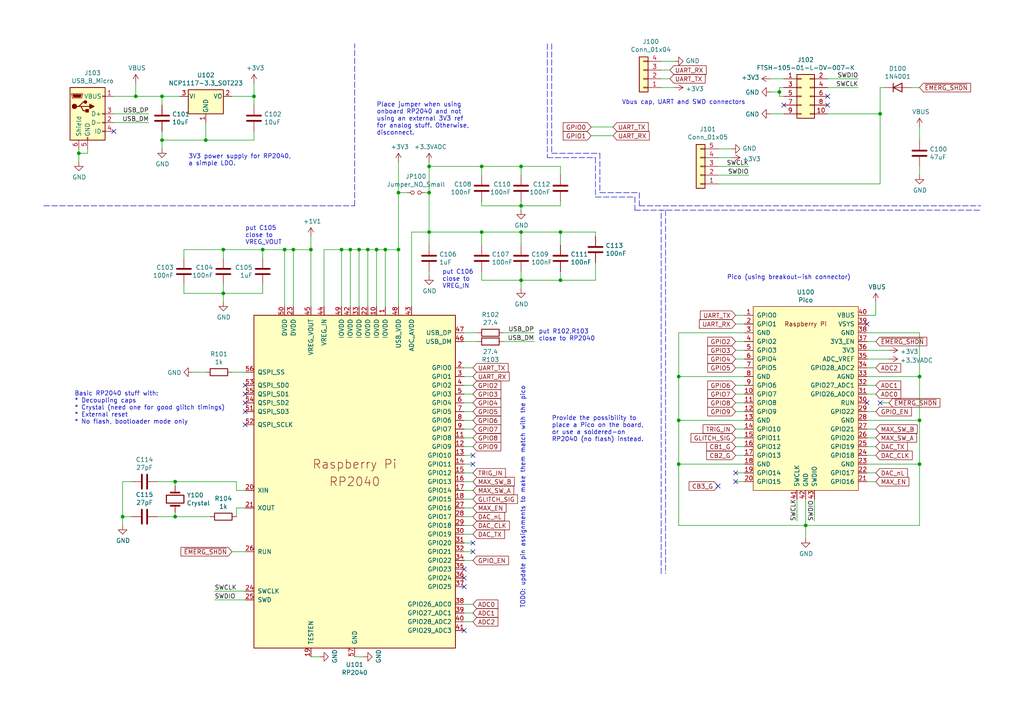
<source format=kicad_sch>
(kicad_sch (version 20211123) (generator eeschema)
  (paper "A4")
  (lib_symbols
    (symbol "Connector:USB_B_Micro" (pin_names (offset 1.016))
      (property "Reference" "J" (at -5.08 11.43 0))
      (property "Value" "USB_B_Micro" (at -5.08 8.89 0))
      (symbol "USB_B_Micro_1_1"
        (pin power_out line (at 7.62 5.08 180) (length 2.54) (name "VBUS") (number "1"))
        (pin bidirectional line (at 7.62 -2.54 180) (length 2.54) (name "D-") (number "2"))
        (pin bidirectional line (at 7.62 0 180) (length 2.54) (name "D+") (number "3"))
        (pin passive line (at 7.62 -5.08 180) (length 2.54) (name "ID") (number "4"))
        (pin power_out line (at 0 -10.16 90) (length 2.54) (name "GND") (number "5"))
        (pin passive line (at -2.54 -10.16 90) (length 2.54) (name "Shield") (number "6"))
      )
    )
    (symbol "Connector_Generic:Conn_01x04" (pin_names (offset 1.016) hide)
      (property "Reference" "J" (at 0 5.08 0))
      (property "Value" "Conn_01x04" (at 0 -7.62 0))
      (symbol "Conn_01x04_1_1"
        (pin passive line (at -5.08 2.54 0) (length 3.81) (name "Pin_1") (number "1"))
        (pin passive line (at -5.08 0 0) (length 3.81) (name "Pin_2") (number "2"))
        (pin passive line (at -5.08 -2.54 0) (length 3.81) (name "Pin_3") (number "3"))
        (pin passive line (at -5.08 -5.08 0) (length 3.81) (name "Pin_4") (number "4"))
      )
    )
    (symbol "Connector_Generic:Conn_01x05" (pin_names (offset 1.016) hide)
      (property "Reference" "J" (at 0 7.62 0))
      (property "Value" "Conn_01x05" (at 0 -7.62 0))
      (symbol "Conn_01x05_1_1"
        (pin passive line (at -5.08 5.08 0) (length 3.81) (name "Pin_1") (number "1"))
        (pin passive line (at -5.08 2.54 0) (length 3.81) (name "Pin_2") (number "2"))
        (pin passive line (at -5.08 0 0) (length 3.81) (name "Pin_3") (number "3"))
        (pin passive line (at -5.08 -2.54 0) (length 3.81) (name "Pin_4") (number "4"))
        (pin passive line (at -5.08 -5.08 0) (length 3.81) (name "Pin_5") (number "5"))
      )
    )
    (symbol "Connector_Generic:Conn_02x05_Odd_Even" (pin_names (offset 1.016) hide)
      (property "Reference" "J" (at 1.27 7.62 0))
      (property "Value" "Conn_02x05_Odd_Even" (at 1.27 -7.62 0))
      (symbol "Conn_02x05_Odd_Even_1_1"
        (pin passive line (at -5.08 5.08 0) (length 3.81) (name "Pin_1") (number "1"))
        (pin passive line (at 7.62 -5.08 180) (length 3.81) (name "Pin_10") (number "10"))
        (pin passive line (at 7.62 5.08 180) (length 3.81) (name "Pin_2") (number "2"))
        (pin passive line (at -5.08 2.54 0) (length 3.81) (name "Pin_3") (number "3"))
        (pin passive line (at 7.62 2.54 180) (length 3.81) (name "Pin_4") (number "4"))
        (pin passive line (at -5.08 0 0) (length 3.81) (name "Pin_5") (number "5"))
        (pin passive line (at 7.62 0 180) (length 3.81) (name "Pin_6") (number "6"))
        (pin passive line (at -5.08 -2.54 0) (length 3.81) (name "Pin_7") (number "7"))
        (pin passive line (at 7.62 -2.54 180) (length 3.81) (name "Pin_8") (number "8"))
        (pin passive line (at -5.08 -5.08 0) (length 3.81) (name "Pin_9") (number "9"))
      )
    )
    (symbol "Device:C" (pin_numbers hide) (pin_names (offset 0.254))
      (property "Reference" "C" (at 0.635 2.54 0))
      (property "Value" "C" (at 0.635 -2.54 0))
      (symbol "C_1_1"
        (pin passive line (at 0 3.81 270) (length 2.794) (name "~") (number "1"))
        (pin passive line (at 0 -3.81 90) (length 2.794) (name "~") (number "2"))
      )
    )
    (symbol "Device:Crystal" (pin_numbers hide) (pin_names (offset 1.016) hide)
      (property "Reference" "Y" (at 0 3.81 0))
      (property "Value" "Crystal" (at 0 -3.81 0))
      (symbol "Crystal_1_1"
        (pin passive line (at -3.81 0 0) (length 1.27) (name "1") (number "1"))
        (pin passive line (at 3.81 0 180) (length 1.27) (name "2") (number "2"))
      )
    )
    (symbol "Device:D" (pin_numbers hide) (pin_names (offset 1.016) hide)
      (property "Reference" "D" (at 0 2.54 0))
      (property "Value" "D" (at 0 -2.54 0))
      (symbol "D_1_1"
        (pin passive line (at -3.81 0 0) (length 2.54) (name "K") (number "1"))
        (pin passive line (at 3.81 0 180) (length 2.54) (name "A") (number "2"))
      )
    )
    (symbol "Device:Jumper_NO_Small" (pin_numbers hide) (pin_names (offset 0.762) hide)
      (property "Reference" "JP" (at 0 2.032 0))
      (property "Value" "Device_Jumper_NO_Small" (at 0.254 -1.524 0))
      (symbol "Jumper_NO_Small_0_1"
        (pin passive line (at -2.54 0 0) (length 1.016) (name "1") (number "1"))
        (pin passive line (at 2.54 0 180) (length 1.016) (name "2") (number "2"))
      )
    )
    (symbol "Device:R" (pin_numbers hide) (pin_names (offset 0))
      (property "Reference" "R" (at 2.032 0 90))
      (property "Value" "R" (at 0 0 90))
      (symbol "R_1_1"
        (pin passive line (at 0 3.81 270) (length 1.27) (name "~") (number "1"))
        (pin passive line (at 0 -3.81 90) (length 1.27) (name "~") (number "2"))
      )
    )
    (symbol "MCU_RaspberryPi_and_Boards:Pico" (pin_names (offset 1.016))
      (property "Reference" "U" (at -13.97 27.94 0))
      (property "Value" "Pico" (at 0 19.05 0))
      (symbol "Pico_0_0"
        (text "Raspberry Pi" (at 0 21.59 0) (effects (font (size 1.27 1.27))))
      )
      (symbol "Pico_1_1"
        (pin bidirectional line (at -17.78 24.13 0) (length 2.54) (name "GPIO0") (number "1"))
        (pin bidirectional line (at -17.78 1.27 0) (length 2.54) (name "GPIO7") (number "10"))
        (pin bidirectional line (at -17.78 -1.27 0) (length 2.54) (name "GPIO8") (number "11"))
        (pin bidirectional line (at -17.78 -3.81 0) (length 2.54) (name "GPIO9") (number "12"))
        (pin power_in line (at -17.78 -6.35 0) (length 2.54) (name "GND") (number "13"))
        (pin bidirectional line (at -17.78 -8.89 0) (length 2.54) (name "GPIO10") (number "14"))
        (pin bidirectional line (at -17.78 -11.43 0) (length 2.54) (name "GPIO11") (number "15"))
        (pin bidirectional line (at -17.78 -13.97 0) (length 2.54) (name "GPIO12") (number "16"))
        (pin bidirectional line (at -17.78 -16.51 0) (length 2.54) (name "GPIO13") (number "17"))
        (pin power_in line (at -17.78 -19.05 0) (length 2.54) (name "GND") (number "18"))
        (pin bidirectional line (at -17.78 -21.59 0) (length 2.54) (name "GPIO14") (number "19"))
        (pin bidirectional line (at -17.78 21.59 0) (length 2.54) (name "GPIO1") (number "2"))
        (pin bidirectional line (at -17.78 -24.13 0) (length 2.54) (name "GPIO15") (number "20"))
        (pin bidirectional line (at 17.78 -24.13 180) (length 2.54) (name "GPIO16") (number "21"))
        (pin bidirectional line (at 17.78 -21.59 180) (length 2.54) (name "GPIO17") (number "22"))
        (pin power_in line (at 17.78 -19.05 180) (length 2.54) (name "GND") (number "23"))
        (pin bidirectional line (at 17.78 -16.51 180) (length 2.54) (name "GPIO18") (number "24"))
        (pin bidirectional line (at 17.78 -13.97 180) (length 2.54) (name "GPIO19") (number "25"))
        (pin bidirectional line (at 17.78 -11.43 180) (length 2.54) (name "GPIO20") (number "26"))
        (pin bidirectional line (at 17.78 -8.89 180) (length 2.54) (name "GPIO21") (number "27"))
        (pin power_in line (at 17.78 -6.35 180) (length 2.54) (name "GND") (number "28"))
        (pin bidirectional line (at 17.78 -3.81 180) (length 2.54) (name "GPIO22") (number "29"))
        (pin power_in line (at -17.78 19.05 0) (length 2.54) (name "GND") (number "3"))
        (pin input line (at 17.78 -1.27 180) (length 2.54) (name "RUN") (number "30"))
        (pin bidirectional line (at 17.78 1.27 180) (length 2.54) (name "GPIO26_ADC0") (number "31"))
        (pin bidirectional line (at 17.78 3.81 180) (length 2.54) (name "GPIO27_ADC1") (number "32"))
        (pin power_in line (at 17.78 6.35 180) (length 2.54) (name "AGND") (number "33"))
        (pin bidirectional line (at 17.78 8.89 180) (length 2.54) (name "GPIO28_ADC2") (number "34"))
        (pin unspecified line (at 17.78 11.43 180) (length 2.54) (name "ADC_VREF") (number "35"))
        (pin unspecified line (at 17.78 13.97 180) (length 2.54) (name "3V3") (number "36"))
        (pin input line (at 17.78 16.51 180) (length 2.54) (name "3V3_EN") (number "37"))
        (pin bidirectional line (at 17.78 19.05 180) (length 2.54) (name "GND") (number "38"))
        (pin unspecified line (at 17.78 21.59 180) (length 2.54) (name "VSYS") (number "39"))
        (pin bidirectional line (at -17.78 16.51 0) (length 2.54) (name "GPIO2") (number "4"))
        (pin unspecified line (at 17.78 24.13 180) (length 2.54) (name "VBUS") (number "40"))
        (pin input line (at -2.54 -29.21 90) (length 2.54) (name "SWCLK") (number "41"))
        (pin power_in line (at 0 -29.21 90) (length 2.54) (name "GND") (number "42"))
        (pin bidirectional line (at 2.54 -29.21 90) (length 2.54) (name "SWDIO") (number "43"))
        (pin bidirectional line (at -17.78 13.97 0) (length 2.54) (name "GPIO3") (number "5"))
        (pin bidirectional line (at -17.78 11.43 0) (length 2.54) (name "GPIO4") (number "6"))
        (pin bidirectional line (at -17.78 8.89 0) (length 2.54) (name "GPIO5") (number "7"))
        (pin power_in line (at -17.78 6.35 0) (length 2.54) (name "GND") (number "8"))
        (pin bidirectional line (at -17.78 3.81 0) (length 2.54) (name "GPIO6") (number "9"))
      )
    )
    (symbol "MCU_RaspberryPi_and_Boards:RP2040" (pin_names (offset 1.016))
      (property "Reference" "U" (at -29.21 49.53 0))
      (property "Value" "RP2040" (at 24.13 -49.53 0))
      (symbol "RP2040_0_0"
        (text "Raspberry Pi" (at 0 5.08 0) (effects (font (size 2.54 2.54))))
        (text "RP2040" (at 0 0 0) (effects (font (size 2.54 2.54))))
      )
      (symbol "RP2040_1_1"
        (pin power_in line (at 8.89 50.8 270) (length 2.54) (name "IOVDD") (number "1"))
        (pin power_in line (at 6.35 50.8 270) (length 2.54) (name "IOVDD") (number "10"))
        (pin bidirectional line (at 31.75 12.7 180) (length 2.54) (name "GPIO8") (number "11"))
        (pin bidirectional line (at 31.75 10.16 180) (length 2.54) (name "GPIO9") (number "12"))
        (pin bidirectional line (at 31.75 7.62 180) (length 2.54) (name "GPIO10") (number "13"))
        (pin bidirectional line (at 31.75 5.08 180) (length 2.54) (name "GPIO11") (number "14"))
        (pin bidirectional line (at 31.75 2.54 180) (length 2.54) (name "GPIO12") (number "15"))
        (pin bidirectional line (at 31.75 0 180) (length 2.54) (name "GPIO13") (number "16"))
        (pin bidirectional line (at 31.75 -2.54 180) (length 2.54) (name "GPIO14") (number "17"))
        (pin bidirectional line (at 31.75 -5.08 180) (length 2.54) (name "GPIO15") (number "18"))
        (pin passive line (at -12.7 -50.8 90) (length 2.54) (name "TESTEN") (number "19"))
        (pin bidirectional line (at 31.75 33.02 180) (length 2.54) (name "GPIO0") (number "2"))
        (pin input line (at -31.75 -2.54 0) (length 2.54) (name "XIN") (number "20"))
        (pin passive line (at -31.75 -7.62 0) (length 2.54) (name "XOUT") (number "21"))
        (pin power_in line (at 3.81 50.8 270) (length 2.54) (name "IOVDD") (number "22"))
        (pin power_in line (at -17.78 50.8 270) (length 2.54) (name "DVDD") (number "23"))
        (pin output line (at -31.75 -31.75 0) (length 2.54) (name "SWCLK") (number "24"))
        (pin bidirectional line (at -31.75 -34.29 0) (length 2.54) (name "SWD") (number "25"))
        (pin input line (at -31.75 -20.32 0) (length 2.54) (name "RUN") (number "26"))
        (pin bidirectional line (at 31.75 -7.62 180) (length 2.54) (name "GPIO16") (number "27"))
        (pin bidirectional line (at 31.75 -10.16 180) (length 2.54) (name "GPIO17") (number "28"))
        (pin bidirectional line (at 31.75 -12.7 180) (length 2.54) (name "GPIO18") (number "29"))
        (pin bidirectional line (at 31.75 30.48 180) (length 2.54) (name "GPIO1") (number "3"))
        (pin bidirectional line (at 31.75 -15.24 180) (length 2.54) (name "GPIO19") (number "30"))
        (pin bidirectional line (at 31.75 -17.78 180) (length 2.54) (name "GPIO20") (number "31"))
        (pin bidirectional line (at 31.75 -20.32 180) (length 2.54) (name "GPIO21") (number "32"))
        (pin power_in line (at 1.27 50.8 270) (length 2.54) (name "IOVDD") (number "33"))
        (pin bidirectional line (at 31.75 -22.86 180) (length 2.54) (name "GPIO22") (number "34"))
        (pin bidirectional line (at 31.75 -25.4 180) (length 2.54) (name "GPIO23") (number "35"))
        (pin bidirectional line (at 31.75 -27.94 180) (length 2.54) (name "GPIO24") (number "36"))
        (pin bidirectional line (at 31.75 -30.48 180) (length 2.54) (name "GPIO25") (number "37"))
        (pin bidirectional line (at 31.75 -35.56 180) (length 2.54) (name "GPIO26_ADC0") (number "38"))
        (pin bidirectional line (at 31.75 -38.1 180) (length 2.54) (name "GPIO27_ADC1") (number "39"))
        (pin bidirectional line (at 31.75 27.94 180) (length 2.54) (name "GPIO2") (number "4"))
        (pin bidirectional line (at 31.75 -40.64 180) (length 2.54) (name "GPIO28_ADC2") (number "40"))
        (pin bidirectional line (at 31.75 -43.18 180) (length 2.54) (name "GPIO29_ADC3") (number "41"))
        (pin power_in line (at -1.27 50.8 270) (length 2.54) (name "IOVDD") (number "42"))
        (pin power_in line (at 16.51 50.8 270) (length 2.54) (name "ADC_AVDD") (number "43"))
        (pin power_in line (at -8.89 50.8 270) (length 2.54) (name "VREG_IN") (number "44"))
        (pin power_out line (at -12.7 50.8 270) (length 2.54) (name "VREG_VOUT") (number "45"))
        (pin bidirectional line (at 31.75 40.64 180) (length 2.54) (name "USB_DM") (number "46"))
        (pin bidirectional line (at 31.75 43.18 180) (length 2.54) (name "USB_DP") (number "47"))
        (pin power_in line (at 12.7 50.8 270) (length 2.54) (name "USB_VDD") (number "48"))
        (pin power_in line (at -3.81 50.8 270) (length 2.54) (name "IOVDD") (number "49"))
        (pin bidirectional line (at 31.75 25.4 180) (length 2.54) (name "GPIO3") (number "5"))
        (pin power_in line (at -20.32 50.8 270) (length 2.54) (name "DVDD") (number "50"))
        (pin bidirectional line (at -31.75 20.32 0) (length 2.54) (name "QSPI_SD3") (number "51"))
        (pin output line (at -31.75 16.51 0) (length 2.54) (name "QSPI_SCLK") (number "52"))
        (pin bidirectional line (at -31.75 27.94 0) (length 2.54) (name "QSPI_SD0") (number "53"))
        (pin bidirectional line (at -31.75 22.86 0) (length 2.54) (name "QSPI_SD2") (number "54"))
        (pin bidirectional line (at -31.75 25.4 0) (length 2.54) (name "QSPI_SD1") (number "55"))
        (pin bidirectional line (at -31.75 31.75 0) (length 2.54) (name "QSPI_SS") (number "56"))
        (pin power_in line (at 0 -50.8 90) (length 2.54) (name "GND") (number "57"))
        (pin bidirectional line (at 31.75 22.86 180) (length 2.54) (name "GPIO4") (number "6"))
        (pin bidirectional line (at 31.75 20.32 180) (length 2.54) (name "GPIO5") (number "7"))
        (pin bidirectional line (at 31.75 17.78 180) (length 2.54) (name "GPIO6") (number "8"))
        (pin bidirectional line (at 31.75 15.24 180) (length 2.54) (name "GPIO7") (number "9"))
      )
    )
    (symbol "Regulator_Linear:NCP1117-3.3_SOT223" (pin_names (offset 0.254))
      (property "Reference" "U" (at -3.81 3.175 0))
      (property "Value" "NCP1117-3.3_SOT223" (at 0 3.175 0))
      (symbol "NCP1117-3.3_SOT223_1_1"
        (pin power_in line (at 0 -7.62 90) (length 2.54) (name "GND") (number "1"))
        (pin power_out line (at 7.62 0 180) (length 2.54) (name "VO") (number "2"))
        (pin power_in line (at -7.62 0 0) (length 2.54) (name "VI") (number "3"))
      )
    )
    (symbol "power:+1V1" (power) (pin_names (offset 0))
      (property "Value" "+1V1" (at 0 3.556 0))
      (symbol "+1V1_1_1"
        (pin power_in line (at 0 0 90) (length 0) hide (name "+1V1") (number "1"))
      )
    )
    (symbol "power:+3.3VADC" (power) (pin_names (offset 0))
      (property "Value" "+3.3VADC" (at 0 2.54 0))
      (symbol "+3.3VADC_0_0"
        (pin power_in line (at 0 0 90) (length 0) hide (name "+3.3VADC") (number "1"))
      )
    )
    (symbol "power:+3V3" (power) (pin_names (offset 0))
      (property "Value" "+3V3" (at 0 3.556 0))
      (symbol "+3V3_1_1"
        (pin power_in line (at 0 0 90) (length 0) hide (name "+3V3") (number "1"))
      )
    )
    (symbol "power:GND" (power) (pin_names (offset 0))
      (property "Value" "GND" (at 0 -3.81 0))
      (symbol "GND_1_1"
        (pin power_in line (at 0 0 270) (length 0) hide (name "GND") (number "1"))
      )
    )
    (symbol "power:VBUS" (power) (pin_names (offset 0))
      (property "Value" "VBUS" (at 0 3.81 0))
      (symbol "VBUS_1_1"
        (pin power_in line (at 0 0 90) (length 0) hide (name "VBUS") (number "1"))
      )
    )
  )
  (junction (at 233.68 152.4))
  (junction (at 151.13 81.28))
  (junction (at 82.55 72.39))
  (junction (at 266.7 109.22))
  (junction (at 90.17 72.39))
  (junction (at 59.69 40.64))
  (junction (at 162.56 67.31))
  (junction (at 104.14 72.39))
  (junction (at 106.68 72.39))
  (junction (at 115.57 55.88))
  (junction (at 124.46 55.88))
  (junction (at 196.85 134.62))
  (junction (at 76.2 72.39))
  (junction (at 255.27 33.02))
  (junction (at 111.76 72.39))
  (junction (at 109.22 72.39))
  (junction (at 139.7 67.31))
  (junction (at 99.06 72.39))
  (junction (at 115.57 72.39))
  (junction (at 46.99 40.64))
  (junction (at 139.7 48.26))
  (junction (at 124.46 67.31))
  (junction (at 39.37 27.94))
  (junction (at 196.85 109.22))
  (junction (at 124.46 48.26))
  (junction (at 50.8 139.7))
  (junction (at 266.7 121.92))
  (junction (at 266.7 134.62))
  (junction (at 151.13 59.69))
  (junction (at 50.8 149.86))
  (junction (at 22.86 44.45))
  (junction (at 64.77 85.09))
  (junction (at 85.09 72.39))
  (junction (at 151.13 67.31))
  (junction (at 226.06 26.67))
  (junction (at 151.13 48.26))
  (junction (at 35.56 149.86))
  (junction (at 64.77 72.39))
  (junction (at 196.85 121.92))
  (junction (at 101.6 72.39))
  (junction (at 73.66 27.94))
  (junction (at 46.99 27.94))
  (junction (at 162.56 81.28))
  (no_connect (at 251.46 116.84))
  (no_connect (at 134.62 170.18))
  (no_connect (at 134.62 182.88))
  (no_connect (at 71.12 114.3))
  (no_connect (at 71.12 123.19))
  (no_connect (at 227.33 30.48))
  (no_connect (at 137.16 160.02))
  (no_connect (at 33.02 38.1))
  (no_connect (at 255.27 116.84))
  (no_connect (at 71.12 111.76))
  (no_connect (at 240.03 27.94))
  (no_connect (at 134.62 167.64))
  (no_connect (at 251.46 93.98))
  (no_connect (at 137.16 132.08))
  (no_connect (at 137.16 134.62))
  (no_connect (at 137.16 157.48))
  (no_connect (at 208.28 140.97))
  (no_connect (at 213.36 139.7))
  (no_connect (at 213.36 137.16))
  (no_connect (at 134.62 165.1))
  (no_connect (at 71.12 119.38))
  (no_connect (at 240.03 30.48))
  (no_connect (at 71.12 116.84))
  (wire (pts (xy 67.31 107.95) (xy 71.12 107.95)))
  (wire (pts (xy 215.9 129.54) (xy 213.36 129.54)))
  (wire (pts (xy 137.16 157.48) (xy 134.62 157.48)))
  (wire (pts (xy 115.57 55.88) (xy 115.57 72.39)))
  (wire (pts (xy 139.7 67.31) (xy 151.13 67.31)))
  (wire (pts (xy 71.12 142.24) (xy 68.58 142.24)))
  (wire (pts (xy 226.06 26.67) (xy 223.52 26.67)))
  (wire (pts (xy 53.34 85.09) (xy 53.34 82.55)))
  (wire (pts (xy 53.34 72.39) (xy 64.77 72.39)))
  (wire (pts (xy 196.85 121.92) (xy 196.85 134.62)))
  (wire (pts (xy 251.46 132.08) (xy 254 132.08)))
  (wire (pts (xy 134.62 106.68) (xy 137.16 106.68)))
  (wire (pts (xy 151.13 59.69) (xy 162.56 59.69)))
  (wire (pts (xy 266.7 134.62) (xy 266.7 121.92)))
  (wire (pts (xy 134.62 119.38) (xy 137.16 119.38)))
  (wire (pts (xy 139.7 81.28) (xy 139.7 78.74)))
  (wire (pts (xy 146.05 96.52) (xy 154.94 96.52)))
  (wire (pts (xy 215.9 96.52) (xy 196.85 96.52)))
  (wire (pts (xy 266.7 40.64) (xy 266.7 36.83)))
  (polyline (pts (xy 185.42 55.88) (xy 185.42 59.69)))
  (wire (pts (xy 233.68 152.4) (xy 233.68 156.21)))
  (wire (pts (xy 226.06 27.94) (xy 227.33 27.94)))
  (polyline (pts (xy 173.99 44.45) (xy 173.99 55.88)))
  (wire (pts (xy 226.06 26.67) (xy 226.06 27.94)))
  (wire (pts (xy 50.8 140.97) (xy 50.8 139.7)))
  (wire (pts (xy 134.62 111.76) (xy 137.16 111.76)))
  (wire (pts (xy 137.16 124.46) (xy 134.62 124.46)))
  (wire (pts (xy 73.66 27.94) (xy 73.66 30.48)))
  (wire (pts (xy 134.62 132.08) (xy 137.16 132.08)))
  (wire (pts (xy 213.36 119.38) (xy 215.9 119.38)))
  (wire (pts (xy 162.56 59.69) (xy 162.56 58.42)))
  (wire (pts (xy 76.2 72.39) (xy 76.2 74.93)))
  (wire (pts (xy 171.45 36.83) (xy 177.8 36.83)))
  (wire (pts (xy 119.38 67.31) (xy 119.38 88.9)))
  (wire (pts (xy 257.81 101.6) (xy 251.46 101.6)))
  (wire (pts (xy 134.62 137.16) (xy 137.16 137.16)))
  (wire (pts (xy 266.7 50.8) (xy 266.7 48.26)))
  (wire (pts (xy 196.85 121.92) (xy 196.85 109.22)))
  (wire (pts (xy 151.13 81.28) (xy 139.7 81.28)))
  (wire (pts (xy 251.46 111.76) (xy 254 111.76)))
  (wire (pts (xy 137.16 177.8) (xy 134.62 177.8)))
  (wire (pts (xy 266.7 109.22) (xy 251.46 109.22)))
  (wire (pts (xy 171.45 39.37) (xy 177.8 39.37)))
  (wire (pts (xy 137.16 144.78) (xy 134.62 144.78)))
  (wire (pts (xy 45.72 149.86) (xy 50.8 149.86)))
  (polyline (pts (xy 158.75 12.7) (xy 158.75 45.72)))
  (polyline (pts (xy 172.72 57.15) (xy 184.15 57.15)))
  (wire (pts (xy 213.36 106.68) (xy 215.9 106.68)))
  (wire (pts (xy 208.28 53.34) (xy 255.27 53.34)))
  (wire (pts (xy 137.16 162.56) (xy 134.62 162.56)))
  (wire (pts (xy 73.66 40.64) (xy 73.66 38.1)))
  (wire (pts (xy 213.36 139.7) (xy 215.9 139.7)))
  (wire (pts (xy 162.56 81.28) (xy 151.13 81.28)))
  (wire (pts (xy 151.13 78.74) (xy 151.13 81.28)))
  (wire (pts (xy 255.27 53.34) (xy 255.27 33.02)))
  (wire (pts (xy 124.46 55.88) (xy 124.46 67.31)))
  (wire (pts (xy 52.07 27.94) (xy 46.99 27.94)))
  (wire (pts (xy 134.62 147.32) (xy 137.16 147.32)))
  (wire (pts (xy 46.99 43.18) (xy 46.99 40.64)))
  (wire (pts (xy 46.99 40.64) (xy 59.69 40.64)))
  (wire (pts (xy 139.7 67.31) (xy 139.7 71.12)))
  (wire (pts (xy 172.72 67.31) (xy 172.72 68.58)))
  (wire (pts (xy 111.76 72.39) (xy 115.57 72.39)))
  (wire (pts (xy 137.16 134.62) (xy 134.62 134.62)))
  (wire (pts (xy 105.41 190.5) (xy 102.87 190.5)))
  (wire (pts (xy 257.81 116.84) (xy 255.27 116.84)))
  (wire (pts (xy 124.46 55.88) (xy 124.46 48.26)))
  (wire (pts (xy 233.68 144.78) (xy 233.68 152.4)))
  (wire (pts (xy 101.6 88.9) (xy 101.6 72.39)))
  (wire (pts (xy 35.56 139.7) (xy 38.1 139.7)))
  (wire (pts (xy 251.46 91.44) (xy 254 91.44)))
  (wire (pts (xy 266.7 96.52) (xy 251.46 96.52)))
  (wire (pts (xy 139.7 58.42) (xy 139.7 59.69)))
  (wire (pts (xy 213.36 127) (xy 215.9 127)))
  (wire (pts (xy 255.27 25.4) (xy 255.27 33.02)))
  (wire (pts (xy 139.7 48.26) (xy 139.7 50.8)))
  (wire (pts (xy 134.62 127) (xy 137.16 127)))
  (wire (pts (xy 64.77 72.39) (xy 64.77 74.93)))
  (wire (pts (xy 50.8 139.7) (xy 68.58 139.7)))
  (wire (pts (xy 172.72 76.2) (xy 172.72 81.28)))
  (wire (pts (xy 213.36 132.08) (xy 215.9 132.08)))
  (wire (pts (xy 134.62 121.92) (xy 137.16 121.92)))
  (wire (pts (xy 208.28 48.26) (xy 217.17 48.26)))
  (wire (pts (xy 109.22 72.39) (xy 111.76 72.39)))
  (wire (pts (xy 93.98 88.9) (xy 93.98 72.39)))
  (wire (pts (xy 191.77 17.78) (xy 195.58 17.78)))
  (wire (pts (xy 134.62 99.06) (xy 138.43 99.06)))
  (wire (pts (xy 162.56 78.74) (xy 162.56 81.28)))
  (wire (pts (xy 137.16 149.86) (xy 134.62 149.86)))
  (wire (pts (xy 137.16 116.84) (xy 134.62 116.84)))
  (wire (pts (xy 196.85 109.22) (xy 215.9 109.22)))
  (wire (pts (xy 266.7 121.92) (xy 251.46 121.92)))
  (polyline (pts (xy 158.75 45.72) (xy 172.72 45.72)))
  (wire (pts (xy 240.03 33.02) (xy 255.27 33.02)))
  (polyline (pts (xy 191.77 166.37) (xy 191.77 60.96)))
  (wire (pts (xy 25.4 44.45) (xy 25.4 43.18)))
  (wire (pts (xy 208.28 43.18) (xy 212.09 43.18)))
  (wire (pts (xy 134.62 180.34) (xy 137.16 180.34)))
  (wire (pts (xy 115.57 46.99) (xy 115.57 55.88)))
  (wire (pts (xy 115.57 88.9) (xy 115.57 72.39)))
  (wire (pts (xy 104.14 72.39) (xy 106.68 72.39)))
  (wire (pts (xy 151.13 48.26) (xy 162.56 48.26)))
  (wire (pts (xy 67.31 27.94) (xy 73.66 27.94)))
  (wire (pts (xy 255.27 25.4) (xy 256.54 25.4)))
  (wire (pts (xy 254 119.38) (xy 251.46 119.38)))
  (wire (pts (xy 60.96 149.86) (xy 50.8 149.86)))
  (wire (pts (xy 46.99 40.64) (xy 46.99 38.1)))
  (wire (pts (xy 266.7 152.4) (xy 266.7 134.62)))
  (wire (pts (xy 82.55 72.39) (xy 82.55 88.9)))
  (wire (pts (xy 68.58 139.7) (xy 68.58 142.24)))
  (wire (pts (xy 33.02 33.02) (xy 43.18 33.02)))
  (wire (pts (xy 264.16 25.4) (xy 266.7 25.4)))
  (wire (pts (xy 254 137.16) (xy 251.46 137.16)))
  (wire (pts (xy 64.77 85.09) (xy 76.2 85.09)))
  (polyline (pts (xy 160.02 44.45) (xy 173.99 44.45)))
  (wire (pts (xy 196.85 152.4) (xy 233.68 152.4)))
  (wire (pts (xy 254 91.44) (xy 254 87.63)))
  (wire (pts (xy 146.05 99.06) (xy 154.94 99.06)))
  (wire (pts (xy 35.56 152.4) (xy 35.56 149.86)))
  (wire (pts (xy 123.19 55.88) (xy 124.46 55.88)))
  (wire (pts (xy 139.7 48.26) (xy 151.13 48.26)))
  (wire (pts (xy 68.58 147.32) (xy 71.12 147.32)))
  (wire (pts (xy 118.11 55.88) (xy 115.57 55.88)))
  (wire (pts (xy 134.62 96.52) (xy 138.43 96.52)))
  (wire (pts (xy 233.68 152.4) (xy 266.7 152.4)))
  (wire (pts (xy 124.46 71.12) (xy 124.46 67.31)))
  (wire (pts (xy 240.03 25.4) (xy 248.92 25.4)))
  (wire (pts (xy 134.62 160.02) (xy 137.16 160.02)))
  (wire (pts (xy 99.06 72.39) (xy 101.6 72.39)))
  (wire (pts (xy 39.37 24.13) (xy 39.37 27.94)))
  (wire (pts (xy 38.1 149.86) (xy 35.56 149.86)))
  (polyline (pts (xy 185.42 59.69) (xy 284.48 59.69)))
  (wire (pts (xy 226.06 25.4) (xy 226.06 26.67)))
  (wire (pts (xy 162.56 67.31) (xy 172.72 67.31)))
  (wire (pts (xy 240.03 22.86) (xy 248.92 22.86)))
  (wire (pts (xy 101.6 72.39) (xy 104.14 72.39)))
  (wire (pts (xy 251.46 127) (xy 254 127)))
  (wire (pts (xy 215.9 124.46) (xy 213.36 124.46)))
  (wire (pts (xy 99.06 88.9) (xy 99.06 72.39)))
  (wire (pts (xy 50.8 149.86) (xy 50.8 148.59)))
  (wire (pts (xy 35.56 149.86) (xy 35.56 139.7)))
  (wire (pts (xy 137.16 154.94) (xy 134.62 154.94)))
  (wire (pts (xy 62.23 171.45) (xy 71.12 171.45)))
  (polyline (pts (xy 184.15 57.15) (xy 184.15 60.96)))
  (wire (pts (xy 227.33 33.02) (xy 223.52 33.02)))
  (wire (pts (xy 64.77 82.55) (xy 64.77 85.09)))
  (wire (pts (xy 151.13 81.28) (xy 151.13 83.82)))
  (wire (pts (xy 137.16 139.7) (xy 134.62 139.7)))
  (wire (pts (xy 151.13 59.69) (xy 151.13 60.96)))
  (wire (pts (xy 134.62 175.26) (xy 137.16 175.26)))
  (polyline (pts (xy 172.72 45.72) (xy 172.72 57.15)))
  (polyline (pts (xy 173.99 55.88) (xy 185.42 55.88)))
  (wire (pts (xy 254 124.46) (xy 251.46 124.46)))
  (wire (pts (xy 213.36 93.98) (xy 215.9 93.98)))
  (wire (pts (xy 137.16 129.54) (xy 134.62 129.54)))
  (wire (pts (xy 62.23 173.99) (xy 71.12 173.99)))
  (wire (pts (xy 162.56 48.26) (xy 162.56 50.8)))
  (wire (pts (xy 106.68 88.9) (xy 106.68 72.39)))
  (wire (pts (xy 124.46 48.26) (xy 139.7 48.26)))
  (polyline (pts (xy 193.04 60.96) (xy 193.04 166.37)))
  (wire (pts (xy 67.31 160.02) (xy 71.12 160.02)))
  (wire (pts (xy 55.88 107.95) (xy 59.69 107.95)))
  (wire (pts (xy 106.68 72.39) (xy 109.22 72.39)))
  (wire (pts (xy 90.17 190.5) (xy 92.71 190.5)))
  (wire (pts (xy 39.37 27.94) (xy 46.99 27.94)))
  (wire (pts (xy 151.13 67.31) (xy 151.13 71.12)))
  (wire (pts (xy 134.62 152.4) (xy 137.16 152.4)))
  (wire (pts (xy 85.09 72.39) (xy 90.17 72.39)))
  (wire (pts (xy 53.34 85.09) (xy 64.77 85.09)))
  (wire (pts (xy 151.13 48.26) (xy 151.13 50.8)))
  (wire (pts (xy 22.86 44.45) (xy 22.86 43.18)))
  (wire (pts (xy 104.14 88.9) (xy 104.14 72.39)))
  (wire (pts (xy 227.33 25.4) (xy 226.06 25.4)))
  (wire (pts (xy 172.72 81.28) (xy 162.56 81.28)))
  (wire (pts (xy 90.17 68.58) (xy 90.17 72.39)))
  (wire (pts (xy 257.81 104.14) (xy 251.46 104.14)))
  (wire (pts (xy 266.7 121.92) (xy 266.7 109.22)))
  (polyline (pts (xy 102.87 59.69) (xy 102.87 12.7)))
  (wire (pts (xy 93.98 72.39) (xy 99.06 72.39)))
  (wire (pts (xy 137.16 109.22) (xy 134.62 109.22)))
  (wire (pts (xy 196.85 134.62) (xy 215.9 134.62)))
  (wire (pts (xy 68.58 149.86) (xy 68.58 147.32)))
  (wire (pts (xy 85.09 72.39) (xy 85.09 88.9)))
  (wire (pts (xy 76.2 72.39) (xy 82.55 72.39)))
  (wire (pts (xy 111.76 88.9) (xy 111.76 72.39)))
  (wire (pts (xy 215.9 137.16) (xy 213.36 137.16)))
  (wire (pts (xy 82.55 72.39) (xy 85.09 72.39)))
  (wire (pts (xy 254 114.3) (xy 251.46 114.3)))
  (wire (pts (xy 227.33 22.86) (xy 223.52 22.86)))
  (wire (pts (xy 64.77 72.39) (xy 76.2 72.39)))
  (wire (pts (xy 33.02 35.56) (xy 43.18 35.56)))
  (wire (pts (xy 215.9 121.92) (xy 196.85 121.92)))
  (wire (pts (xy 254 99.06) (xy 251.46 99.06)))
  (wire (pts (xy 194.31 20.32) (xy 191.77 20.32)))
  (wire (pts (xy 39.37 27.94) (xy 33.02 27.94)))
  (wire (pts (xy 266.7 109.22) (xy 266.7 96.52)))
  (polyline (pts (xy 184.15 60.96) (xy 284.48 60.96)))
  (wire (pts (xy 50.8 139.7) (xy 45.72 139.7)))
  (wire (pts (xy 191.77 25.4) (xy 195.58 25.4)))
  (wire (pts (xy 64.77 85.09) (xy 64.77 87.63)))
  (wire (pts (xy 266.7 134.62) (xy 251.46 134.62)))
  (wire (pts (xy 124.46 67.31) (xy 139.7 67.31)))
  (wire (pts (xy 215.9 99.06) (xy 213.36 99.06)))
  (wire (pts (xy 59.69 40.64) (xy 59.69 35.56)))
  (wire (pts (xy 46.99 27.94) (xy 46.99 30.48)))
  (wire (pts (xy 215.9 101.6) (xy 213.36 101.6)))
  (wire (pts (xy 208.28 45.72) (xy 212.09 45.72)))
  (wire (pts (xy 208.28 50.8) (xy 217.17 50.8)))
  (wire (pts (xy 231.14 144.78) (xy 231.14 151.13)))
  (wire (pts (xy 151.13 67.31) (xy 162.56 67.31)))
  (wire (pts (xy 251.46 139.7) (xy 254 139.7)))
  (wire (pts (xy 196.85 134.62) (xy 196.85 152.4)))
  (wire (pts (xy 151.13 58.42) (xy 151.13 59.69)))
  (wire (pts (xy 215.9 91.44) (xy 213.36 91.44)))
  (wire (pts (xy 139.7 59.69) (xy 151.13 59.69)))
  (wire (pts (xy 134.62 114.3) (xy 137.16 114.3)))
  (wire (pts (xy 213.36 104.14) (xy 215.9 104.14)))
  (wire (pts (xy 124.46 80.01) (xy 124.46 78.74)))
  (wire (pts (xy 162.56 67.31) (xy 162.56 71.12)))
  (wire (pts (xy 76.2 82.55) (xy 76.2 85.09)))
  (wire (pts (xy 196.85 96.52) (xy 196.85 109.22)))
  (wire (pts (xy 191.77 22.86) (xy 194.31 22.86)))
  (wire (pts (xy 215.9 111.76) (xy 213.36 111.76)))
  (wire (pts (xy 251.46 106.68) (xy 254 106.68)))
  (wire (pts (xy 124.46 67.31) (xy 119.38 67.31)))
  (wire (pts (xy 109.22 88.9) (xy 109.22 72.39)))
  (wire (pts (xy 53.34 74.93) (xy 53.34 72.39)))
  (wire (pts (xy 254 129.54) (xy 251.46 129.54)))
  (wire (pts (xy 59.69 40.64) (xy 73.66 40.64)))
  (wire (pts (xy 22.86 44.45) (xy 25.4 44.45)))
  (wire (pts (xy 22.86 46.99) (xy 22.86 44.45)))
  (wire (pts (xy 134.62 142.24) (xy 137.16 142.24)))
  (wire (pts (xy 73.66 27.94) (xy 73.66 24.13)))
  (wire (pts (xy 124.46 48.26) (xy 124.46 46.99)))
  (wire (pts (xy 215.9 116.84) (xy 213.36 116.84)))
  (wire (pts (xy 90.17 72.39) (xy 90.17 88.9)))
  (wire (pts (xy 236.22 144.78) (xy 236.22 151.13)))
  (wire (pts (xy 213.36 114.3) (xy 215.9 114.3)))
  (polyline (pts (xy 160.02 12.7) (xy 160.02 44.45)))
  (polyline (pts (xy 12.7 59.69) (xy 102.87 59.69)))
  (text "Place jumper when using\nonboard RP2040 and not\nusing an external 3V3 ref\nfor analog stuff. Otherwise,\ndisconnect." (at 109.22 39.37 0) (effects (font (size 1.27 1.27)) (justify left bottom)))
  (text "TODO: update pin assignments to make them match with the pico" (at 152.4 176.53 90) (effects (font (size 1.27 1.27)) (justify left bottom)))
  (text "put C106\nclose to\nVREG_IN" (at 128.27 83.82 0) (effects (font (size 1.27 1.27)) (justify left bottom)))
  (text "Vbus cap, UART and SWD connectors" (at 180.34 30.48 0) (effects (font (size 1.27 1.27)) (justify left bottom)))
  (text "put C105\nclose to\nVREG_VOUT" (at 71.12 71.12 0) (effects (font (size 1.27 1.27)) (justify left bottom)))
  (text "Pico (using breakout-ish connector)" (at 210.82 81.28 0) (effects (font (size 1.27 1.27)) (justify left bottom)))
  (text "3V3 power supply for RP2040,\na simple LDO." (at 54.61 48.26 0) (effects (font (size 1.27 1.27)) (justify left bottom)))
  (text "put R102,R103\nclose to RP2040" (at 156.21 99.06 0) (effects (font (size 1.27 1.27)) (justify left bottom)))
  (text "Basic RP2040 stuff with:\n* Decoupling caps\n* Crystal (need one for good glitch timings)\n* External reset\n* No flash, bootloader mode only" (at 21.59 123.19 0) (effects (font (size 1.27 1.27)) (justify left bottom)))
  (text "Provide the possibility to\nplace a Pico on the board,\nor use a soldered-on\nRP2040 (no flash) instead." (at 160.02 128.27 0) (effects (font (size 1.27 1.27)) (justify left bottom)))
  (label "SWCLK" (at 217.17 48.26 180))
  (label "USB_DM" (at 43.18 35.56 180))
  (label "SWCLK" (at 62.23 171.45 0))
  (label "USB_DM" (at 154.94 99.06 180))
  (label "SWDIO" (at 236.22 151.13 90))
  (label "SWDIO" (at 248.92 22.86 180))
  (label "USB_DP" (at 43.18 33.02 180))
  (label "SWCLK" (at 248.92 25.4 180))
  (label "USB_DP" (at 154.94 96.52 180))
  (label "SWDIO" (at 62.23 173.99 0))
  (label "SWDIO" (at 217.17 50.8 180))
  (label "SWCLK" (at 231.14 151.13 90))
  (global_label "CB1_G" (shape input) (at 213.36 129.54 180) (property "Intersheet References" "${INTERSHEET_REFS}" (effects hide)))
  (global_label "GPIO2" (shape input) (at 137.16 111.76 0) (property "Intersheet References" "${INTERSHEET_REFS}" (effects hide)))
  (global_label "~{EMERG_SHDN}" (shape input) (at 67.31 160.02 180) (property "Intersheet References" "${INTERSHEET_REFS}" (effects hide)))
  (global_label "ADC0" (shape input) (at 137.16 175.26 0) (property "Intersheet References" "${INTERSHEET_REFS}" (effects hide)))
  (global_label "DAC_nL" (shape input) (at 254 137.16 0) (property "Intersheet References" "${INTERSHEET_REFS}" (effects hide)))
  (global_label "TRIG_IN" (shape input) (at 137.16 137.16 0) (property "Intersheet References" "${INTERSHEET_REFS}" (effects hide)))
  (global_label "ADC2" (shape input) (at 254 106.68 0) (property "Intersheet References" "${INTERSHEET_REFS}" (effects hide)))
  (global_label "TRIG_IN" (shape input) (at 213.36 124.46 180) (property "Intersheet References" "${INTERSHEET_REFS}" (effects hide)))
  (global_label "ADC1" (shape input) (at 137.16 177.8 0) (property "Intersheet References" "${INTERSHEET_REFS}" (effects hide)))
  (global_label "GPIO_EN" (shape input) (at 137.16 162.56 0) (property "Intersheet References" "${INTERSHEET_REFS}" (effects hide)))
  (global_label "MAX_SW_B" (shape input) (at 137.16 139.7 0) (property "Intersheet References" "${INTERSHEET_REFS}" (effects hide)))
  (global_label "GPIO7" (shape input) (at 137.16 124.46 0) (property "Intersheet References" "${INTERSHEET_REFS}" (effects hide)))
  (global_label "MAX_SW_A" (shape input) (at 254 127 0) (property "Intersheet References" "${INTERSHEET_REFS}" (effects hide)))
  (global_label "UART_RX" (shape input) (at 177.8 39.37 0) (property "Intersheet References" "${INTERSHEET_REFS}" (effects hide)))
  (global_label "GPIO5" (shape input) (at 213.36 106.68 180) (property "Intersheet References" "${INTERSHEET_REFS}" (effects hide)))
  (global_label "~{EMERG_SHDN}" (shape input) (at 266.7 25.4 0) (property "Intersheet References" "${INTERSHEET_REFS}" (effects hide)))
  (global_label "GPIO4" (shape input) (at 213.36 104.14 180) (property "Intersheet References" "${INTERSHEET_REFS}" (effects hide)))
  (global_label "MAX_SW_A" (shape input) (at 137.16 142.24 0) (property "Intersheet References" "${INTERSHEET_REFS}" (effects hide)))
  (global_label "GLITCH_SIG" (shape input) (at 137.16 144.78 0) (property "Intersheet References" "${INTERSHEET_REFS}" (effects hide)))
  (global_label "~{EMERG_SHDN}" (shape input) (at 254 99.06 0) (property "Intersheet References" "${INTERSHEET_REFS}" (effects hide)))
  (global_label "GPIO7" (shape input) (at 213.36 114.3 180) (property "Intersheet References" "${INTERSHEET_REFS}" (effects hide)))
  (global_label "CB3_G" (shape input) (at 208.28 140.97 180) (property "Intersheet References" "${INTERSHEET_REFS}" (effects hide)))
  (global_label "ADC1" (shape input) (at 254 111.76 0) (property "Intersheet References" "${INTERSHEET_REFS}" (effects hide)))
  (global_label "~{EMERG_SHDN}" (shape input) (at 257.81 116.84 0) (property "Intersheet References" "${INTERSHEET_REFS}" (effects hide)))
  (global_label "GPIO6" (shape input) (at 137.16 121.92 0) (property "Intersheet References" "${INTERSHEET_REFS}" (effects hide)))
  (global_label "UART_RX" (shape input) (at 213.36 93.98 180) (property "Intersheet References" "${INTERSHEET_REFS}" (effects hide)))
  (global_label "DAC_nL" (shape input) (at 137.16 149.86 0) (property "Intersheet References" "${INTERSHEET_REFS}" (effects hide)))
  (global_label "CB2_G" (shape input) (at 213.36 132.08 180) (property "Intersheet References" "${INTERSHEET_REFS}" (effects hide)))
  (global_label "GPIO3" (shape input) (at 213.36 101.6 180) (property "Intersheet References" "${INTERSHEET_REFS}" (effects hide)))
  (global_label "UART_TX" (shape input) (at 137.16 106.68 0) (property "Intersheet References" "${INTERSHEET_REFS}" (effects hide)))
  (global_label "GPIO6" (shape input) (at 213.36 111.76 180) (property "Intersheet References" "${INTERSHEET_REFS}" (effects hide)))
  (global_label "GPIO8" (shape input) (at 137.16 127 0) (property "Intersheet References" "${INTERSHEET_REFS}" (effects hide)))
  (global_label "DAC_CLK" (shape input) (at 254 132.08 0) (property "Intersheet References" "${INTERSHEET_REFS}" (effects hide)))
  (global_label "GPIO3" (shape input) (at 137.16 114.3 0) (property "Intersheet References" "${INTERSHEET_REFS}" (effects hide)))
  (global_label "DAC_TX" (shape input) (at 254 129.54 0) (property "Intersheet References" "${INTERSHEET_REFS}" (effects hide)))
  (global_label "DAC_TX" (shape input) (at 137.16 154.94 0) (property "Intersheet References" "${INTERSHEET_REFS}" (effects hide)))
  (global_label "GPIO4" (shape input) (at 137.16 116.84 0) (property "Intersheet References" "${INTERSHEET_REFS}" (effects hide)))
  (global_label "UART_TX" (shape input) (at 194.31 22.86 0) (property "Intersheet References" "${INTERSHEET_REFS}" (effects hide)))
  (global_label "GPIO1" (shape input) (at 171.45 39.37 180) (property "Intersheet References" "${INTERSHEET_REFS}" (effects hide)))
  (global_label "ADC2" (shape input) (at 137.16 180.34 0) (property "Intersheet References" "${INTERSHEET_REFS}" (effects hide)))
  (global_label "MAX_EN" (shape input) (at 254 139.7 0) (property "Intersheet References" "${INTERSHEET_REFS}" (effects hide)))
  (global_label "UART_TX" (shape input) (at 177.8 36.83 0) (property "Intersheet References" "${INTERSHEET_REFS}" (effects hide)))
  (global_label "MAX_SW_B" (shape input) (at 254 124.46 0) (property "Intersheet References" "${INTERSHEET_REFS}" (effects hide)))
  (global_label "UART_RX" (shape input) (at 194.31 20.32 0) (property "Intersheet References" "${INTERSHEET_REFS}" (effects hide)))
  (global_label "GPIO2" (shape input) (at 213.36 99.06 180) (property "Intersheet References" "${INTERSHEET_REFS}" (effects hide)))
  (global_label "GPIO9" (shape input) (at 213.36 119.38 180) (property "Intersheet References" "${INTERSHEET_REFS}" (effects hide)))
  (global_label "GPIO9" (shape input) (at 137.16 129.54 0) (property "Intersheet References" "${INTERSHEET_REFS}" (effects hide)))
  (global_label "GPIO8" (shape input) (at 213.36 116.84 180) (property "Intersheet References" "${INTERSHEET_REFS}" (effects hide)))
  (global_label "ADC0" (shape input) (at 254 114.3 0) (property "Intersheet References" "${INTERSHEET_REFS}" (effects hide)))
  (global_label "GPIO0" (shape input) (at 171.45 36.83 180) (property "Intersheet References" "${INTERSHEET_REFS}" (effects hide)))
  (global_label "GPIO_EN" (shape input) (at 254 119.38 0) (property "Intersheet References" "${INTERSHEET_REFS}" (effects hide)))
  (global_label "MAX_EN" (shape input) (at 137.16 147.32 0) (property "Intersheet References" "${INTERSHEET_REFS}" (effects hide)))
  (global_label "GPIO5" (shape input) (at 137.16 119.38 0) (property "Intersheet References" "${INTERSHEET_REFS}" (effects hide)))
  (global_label "GLITCH_SIG" (shape input) (at 213.36 127 180) (property "Intersheet References" "${INTERSHEET_REFS}" (effects hide)))
  (global_label "UART_TX" (shape input) (at 213.36 91.44 180) (property "Intersheet References" "${INTERSHEET_REFS}" (effects hide)))
  (global_label "UART_RX" (shape input) (at 137.16 109.22 0) (property "Intersheet References" "${INTERSHEET_REFS}" (effects hide)))
  (global_label "DAC_CLK" (shape input) (at 137.16 152.4 0) (property "Intersheet References" "${INTERSHEET_REFS}" (effects hide)))
  (symbol (lib_id "MCU_RaspberryPi_and_Boards:Pico") (at 233.68 115.57 0) (unit 1)
    (property "Reference" "U100" (at 233.68 84.709 0))
    (property "Value" "Pico" (at 233.68 87.0204 0))
    (property "Footprint" "MCU_RaspberryPi_and_Boards:RPi_Pico_SMD_TH" (effects hide))
  )
  (symbol (lib_id "MCU_RaspberryPi_and_Boards:RP2040") (at 102.87 139.7 0) (unit 1) (in_bom no) (on_board no)
    (property "Reference" "U101" (at 102.87 192.7606 0))
    (property "Value" "RP2040" (at 102.87 195.072 0))
    (property "Footprint" "MCU_RaspberryPi_and_Boards:RP2040-QFN-56" (effects hide))
  )
  (symbol (lib_id "power:GND") (at 233.68 156.21 0) (unit 1)
    (property "Reference" "#PWR0102" (effects hide))
    (property "Value" "GND" (at 233.807 160.6042 0))
  )
  (symbol (lib_id "power:VBUS") (at 254 87.63 0) (unit 1)
    (property "Reference" "#PWR0103" (effects hide))
    (property "Value" "VBUS" (at 254.381 83.2358 0))
  )
  (symbol (lib_id "power:+3V3") (at 257.81 101.6 270) (unit 1)
    (property "Reference" "#PWR0104" (effects hide))
    (property "Value" "+3V3" (at 261.0612 101.981 90) (effects (justify left)))
  )
  (symbol (lib_id "power:+3.3VADC") (at 257.81 104.14 270) (unit 1)
    (property "Reference" "#PWR0105" (effects hide))
    (property "Value" "+3.3VADC" (at 261.0612 104.521 90) (effects (justify left)))
  )
  (symbol (lib_id "power:VBUS") (at 266.7 36.83 0) (unit 1)
    (property "Reference" "#PWR0106" (effects hide))
    (property "Value" "VBUS" (at 267.081 32.4358 0))
  )
  (symbol (lib_id "Device:C") (at 266.7 44.45 0) (unit 1)
    (property "Reference" "C100" (at 269.621 43.2816 0) (effects (justify left)))
    (property "Value" "47uF" (at 269.621 45.593 0) (effects (justify left)))
    (property "Footprint" "Capacitor_THT:CP_Radial_D4.0mm_P2.00mm" (effects hide))
  )
  (symbol (lib_id "power:GND") (at 266.7 50.8 0) (unit 1)
    (property "Reference" "#PWR0107" (effects hide))
    (property "Value" "GND" (at 266.827 55.1942 0))
  )
  (symbol (lib_id "Device:D") (at 260.35 25.4 0) (unit 1)
    (property "Reference" "D100" (at 260.35 19.8882 0))
    (property "Value" "1N4001" (at 260.35 22.1996 0))
    (property "Footprint" "Diode_SMD:D_SOD-123" (effects hide))
  )
  (symbol (lib_id "Connector_Generic:Conn_02x05_Odd_Even") (at 232.41 27.94 0) (unit 1)
    (property "Reference" "J102" (at 233.68 17.3482 0))
    (property "Value" "FTSH-105-01-L-DV-007-K" (at 233.68 19.6596 0))
    (property "Footprint" "lethalbit-connectors:FTSH-105-01-L-DV-K-TR" (effects hide))
  )
  (symbol (lib_id "power:+3V3") (at 223.52 22.86 90) (unit 1)
    (property "Reference" "#PWR0112" (effects hide))
    (property "Value" "+3V3" (at 220.2688 22.479 90) (effects (justify left)))
  )
  (symbol (lib_id "power:GND") (at 223.52 26.67 270) (unit 1)
    (property "Reference" "#PWR0113" (effects hide))
    (property "Value" "GND" (at 220.2688 26.797 90) (effects (justify right)))
  )
  (symbol (lib_id "power:GND") (at 223.52 33.02 270) (unit 1)
    (property "Reference" "#PWR0114" (effects hide))
    (property "Value" "GND" (at 220.2688 33.147 90) (effects (justify right)))
  )
  (symbol (lib_id "Connector:USB_B_Micro") (at 25.4 33.02 0) (unit 1) (in_bom no) (on_board no)
    (property "Reference" "J103" (at 26.8478 21.1582 0))
    (property "Value" "USB_B_Micro" (at 26.8478 23.4696 0))
    (property "Footprint" "Connector_USB:USB_Micro-B_Wuerth_629105150521" (effects hide))
  )
  (symbol (lib_id "Regulator_Linear:NCP1117-3.3_SOT223") (at 59.69 27.94 0) (unit 1) (in_bom no) (on_board no)
    (property "Reference" "U102" (at 59.69 21.7932 0))
    (property "Value" "NCP1117-3.3_SOT223" (at 59.69 24.1046 0))
    (property "Footprint" "Package_TO_SOT_SMD:SOT-223-3_TabPin2" (effects hide))
    (property "Datasheet" "http://www.onsemi.com/pub_link/Collateral/NCP1117-D.PDF" (effects hide))
  )
  (symbol (lib_id "power:VBUS") (at 39.37 24.13 0) (unit 1)
    (property "Reference" "#PWR0115" (effects hide))
    (property "Value" "VBUS" (at 39.751 19.7358 0))
  )
  (symbol (lib_id "power:GND") (at 22.86 46.99 0) (unit 1)
    (property "Reference" "#PWR0116" (effects hide))
    (property "Value" "GND" (at 22.987 51.3842 0))
  )
  (symbol (lib_id "Device:C") (at 46.99 34.29 0) (unit 1) (in_bom no) (on_board no)
    (property "Reference" "C101" (at 49.911 33.1216 0) (effects (justify left)))
    (property "Value" "10uF" (at 49.911 35.433 0) (effects (justify left)))
    (property "Footprint" "Capacitor_SMD:C_0603_1608Metric_Pad1.08x0.95mm_HandSolder" (effects hide))
  )
  (symbol (lib_id "power:GND") (at 46.99 43.18 0) (unit 1)
    (property "Reference" "#PWR0117" (effects hide))
    (property "Value" "GND" (at 47.117 47.5742 0))
  )
  (symbol (lib_id "Device:C") (at 73.66 34.29 0) (unit 1) (in_bom no) (on_board no)
    (property "Reference" "C102" (at 76.581 33.1216 0) (effects (justify left)))
    (property "Value" "10uF" (at 76.581 35.433 0) (effects (justify left)))
    (property "Footprint" "Capacitor_SMD:C_0603_1608Metric_Pad1.08x0.95mm_HandSolder" (effects hide))
  )
  (symbol (lib_id "power:+3V3") (at 73.66 24.13 0) (unit 1)
    (property "Reference" "#PWR0118" (effects hide))
    (property "Value" "+3V3" (at 74.041 19.7358 0))
  )
  (symbol (lib_id "power:GND") (at 92.71 190.5 90) (unit 1)
    (property "Reference" "#PWR0119" (effects hide))
    (property "Value" "GND" (at 97.1042 190.373 0))
  )
  (symbol (lib_id "power:GND") (at 105.41 190.5 90) (unit 1)
    (property "Reference" "#PWR0120" (effects hide))
    (property "Value" "GND" (at 109.8042 190.373 0))
  )
  (symbol (lib_id "Device:C") (at 64.77 78.74 0) (mirror y) (unit 1) (in_bom no) (on_board no)
    (property "Reference" "C104" (at 61.849 77.5716 0) (effects (justify left)))
    (property "Value" "100nF" (at 61.849 79.883 0) (effects (justify left)))
    (property "Footprint" "Capacitor_SMD:C_0603_1608Metric_Pad1.08x0.95mm_HandSolder" (effects hide))
  )
  (symbol (lib_id "Device:C") (at 76.2 78.74 0) (mirror y) (unit 1) (in_bom no) (on_board no)
    (property "Reference" "C105" (at 73.279 77.5716 0) (effects (justify left)))
    (property "Value" "1uF" (at 73.279 79.883 0) (effects (justify left)))
    (property "Footprint" "Capacitor_SMD:C_0603_1608Metric_Pad1.08x0.95mm_HandSolder" (effects hide))
  )
  (symbol (lib_id "Device:C") (at 53.34 78.74 0) (mirror y) (unit 1) (in_bom no) (on_board no)
    (property "Reference" "C103" (at 50.419 77.5716 0) (effects (justify left)))
    (property "Value" "100nF" (at 50.419 79.883 0) (effects (justify left)))
    (property "Footprint" "Capacitor_SMD:C_0603_1608Metric_Pad1.08x0.95mm_HandSolder" (effects hide))
  )
  (symbol (lib_id "power:GND") (at 64.77 87.63 0) (unit 1)
    (property "Reference" "#PWR0121" (effects hide))
    (property "Value" "GND" (at 64.897 92.0242 0))
  )
  (symbol (lib_id "power:+1V1") (at 90.17 68.58 0) (unit 1)
    (property "Reference" "#PWR0122" (effects hide))
    (property "Value" "+1V1" (at 90.551 64.1858 0))
  )
  (symbol (lib_id "power:+3V3") (at 115.57 46.99 0) (unit 1)
    (property "Reference" "#PWR0123" (effects hide))
    (property "Value" "+3V3" (at 115.951 42.5958 0))
  )
  (symbol (lib_id "power:+3.3VADC") (at 124.46 46.99 0) (unit 1)
    (property "Reference" "#PWR0124" (effects hide))
    (property "Value" "+3.3VADC" (at 124.841 42.5958 0))
  )
  (symbol (lib_id "Device:C") (at 124.46 74.93 0) (unit 1) (in_bom no) (on_board no)
    (property "Reference" "C106" (at 127.381 73.7616 0) (effects (justify left)))
    (property "Value" "1uF" (at 127.381 76.073 0) (effects (justify left)))
    (property "Footprint" "Capacitor_SMD:C_0603_1608Metric_Pad1.08x0.95mm_HandSolder" (effects hide))
  )
  (symbol (lib_id "power:GND") (at 124.46 80.01 0) (unit 1)
    (property "Reference" "#PWR0125" (effects hide))
    (property "Value" "GND" (at 124.587 84.4042 0))
  )
  (symbol (lib_id "Device:C") (at 139.7 74.93 0) (unit 1) (in_bom no) (on_board no)
    (property "Reference" "C107" (at 142.621 73.7616 0) (effects (justify left)))
    (property "Value" "100nF" (at 142.621 76.073 0) (effects (justify left)))
    (property "Footprint" "Capacitor_SMD:C_0603_1608Metric_Pad1.08x0.95mm_HandSolder" (effects hide))
  )
  (symbol (lib_id "Device:C") (at 151.13 74.93 0) (unit 1) (in_bom no) (on_board no)
    (property "Reference" "C109" (at 154.051 73.7616 0) (effects (justify left)))
    (property "Value" "100nF" (at 154.051 76.073 0) (effects (justify left)))
    (property "Footprint" "Capacitor_SMD:C_0603_1608Metric_Pad1.08x0.95mm_HandSolder" (effects hide))
  )
  (symbol (lib_id "Device:C") (at 162.56 74.93 0) (unit 1) (in_bom no) (on_board no)
    (property "Reference" "C111" (at 165.481 73.7616 0) (effects (justify left)))
    (property "Value" "100nF" (at 165.481 76.073 0) (effects (justify left)))
    (property "Footprint" "Capacitor_SMD:C_0603_1608Metric_Pad1.08x0.95mm_HandSolder" (effects hide))
  )
  (symbol (lib_id "Device:C") (at 139.7 54.61 0) (mirror y) (unit 1) (in_bom no) (on_board no)
    (property "Reference" "C108" (at 136.779 53.4416 0) (effects (justify left)))
    (property "Value" "100nF" (at 136.779 55.753 0) (effects (justify left)))
    (property "Footprint" "Capacitor_SMD:C_0603_1608Metric_Pad1.08x0.95mm_HandSolder" (effects hide))
  )
  (symbol (lib_id "Device:C") (at 151.13 54.61 0) (mirror y) (unit 1) (in_bom no) (on_board no)
    (property "Reference" "C110" (at 148.209 53.4416 0) (effects (justify left)))
    (property "Value" "100nF" (at 148.209 55.753 0) (effects (justify left)))
    (property "Footprint" "Capacitor_SMD:C_0603_1608Metric_Pad1.08x0.95mm_HandSolder" (effects hide))
  )
  (symbol (lib_id "Device:C") (at 162.56 54.61 0) (mirror y) (unit 1) (in_bom no) (on_board no)
    (property "Reference" "C112" (at 159.639 53.4416 0) (effects (justify left)))
    (property "Value" "100nF" (at 159.639 55.753 0) (effects (justify left)))
    (property "Footprint" "Capacitor_SMD:C_0603_1608Metric_Pad1.08x0.95mm_HandSolder" (effects hide))
  )
  (symbol (lib_id "Device:C") (at 172.72 72.39 0) (unit 1) (in_bom no) (on_board no)
    (property "Reference" "C113" (at 175.641 71.2216 0) (effects (justify left)))
    (property "Value" "100nF" (at 175.641 73.533 0) (effects (justify left)))
    (property "Footprint" "Capacitor_SMD:C_0603_1608Metric_Pad1.08x0.95mm_HandSolder" (effects hide))
  )
  (symbol (lib_id "power:GND") (at 151.13 83.82 0) (unit 1)
    (property "Reference" "#PWR0126" (effects hide))
    (property "Value" "GND" (at 151.257 88.2142 0))
  )
  (symbol (lib_id "power:GND") (at 151.13 60.96 0) (unit 1)
    (property "Reference" "#PWR0127" (effects hide))
    (property "Value" "GND" (at 151.257 65.3542 0))
  )
  (symbol (lib_id "Device:R") (at 63.5 107.95 270) (unit 1) (in_bom no) (on_board no)
    (property "Reference" "R101" (at 63.5 102.6922 90))
    (property "Value" "1k" (at 63.5 105.0036 90))
    (property "Footprint" "Resistor_SMD:R_0603_1608Metric_Pad0.98x0.95mm_HandSolder" (effects hide))
  )
  (symbol (lib_id "power:GND") (at 55.88 107.95 270) (unit 1)
    (property "Reference" "#PWR0129" (effects hide))
    (property "Value" "GND" (at 52.6288 108.077 90) (effects (justify right)))
  )
  (symbol (lib_id "Device:R") (at 142.24 96.52 270) (unit 1) (in_bom no) (on_board no)
    (property "Reference" "R102" (at 142.24 91.2622 90))
    (property "Value" "27.4" (at 142.24 93.5736 90))
    (property "Footprint" "Resistor_SMD:R_0603_1608Metric_Pad0.98x0.95mm_HandSolder" (effects hide))
  )
  (symbol (lib_id "Device:R") (at 142.24 99.06 270) (mirror x) (unit 1) (in_bom no) (on_board no)
    (property "Reference" "R103" (at 142.24 104.3178 90))
    (property "Value" "27.4" (at 142.24 102.0064 90))
    (property "Footprint" "Resistor_SMD:R_0603_1608Metric_Pad0.98x0.95mm_HandSolder" (effects hide))
  )
  (symbol (lib_id "Device:R") (at 64.77 149.86 270) (unit 1) (in_bom no) (on_board no)
    (property "Reference" "R104" (at 64.77 144.6022 90))
    (property "Value" "1k" (at 64.77 146.9136 90))
    (property "Footprint" "Resistor_SMD:R_0603_1608Metric_Pad0.98x0.95mm_HandSolder" (effects hide))
  )
  (symbol (lib_id "Device:Crystal") (at 50.8 144.78 90) (unit 1) (in_bom no) (on_board no)
    (property "Reference" "Y100" (at 54.1274 143.6116 90) (effects (justify right)))
    (property "Value" "Crystal" (at 54.1274 145.923 90) (effects (justify right)))
    (property "Footprint" "MCU_RaspberryPi_and_Boards:Crystal_SMD_HC49-US" (effects hide))
  )
  (symbol (lib_id "Device:C") (at 41.91 139.7 270) (unit 1) (in_bom no) (on_board no)
    (property "Reference" "C114" (at 41.91 133.2992 90))
    (property "Value" "27pF" (at 41.91 135.6106 90))
    (property "Footprint" "Capacitor_SMD:C_0603_1608Metric_Pad1.08x0.95mm_HandSolder" (effects hide))
  )
  (symbol (lib_id "Device:C") (at 41.91 149.86 270) (unit 1) (in_bom no) (on_board no)
    (property "Reference" "C115" (at 41.91 143.4592 90))
    (property "Value" "27pF" (at 41.91 145.7706 90))
    (property "Footprint" "Capacitor_SMD:C_0603_1608Metric_Pad1.08x0.95mm_HandSolder" (effects hide))
  )
  (symbol (lib_id "power:GND") (at 35.56 152.4 0) (unit 1)
    (property "Reference" "#PWR0130" (effects hide))
    (property "Value" "GND" (at 35.687 156.7942 0))
  )
  (symbol (lib_id "Device:Jumper_NO_Small") (at 120.65 55.88 0) (unit 1) (in_bom no) (on_board no)
    (property "Reference" "JP100" (at 120.65 51.181 0))
    (property "Value" "Jumper_NO_Small" (at 120.65 53.4924 0))
    (property "Footprint" "Connector_PinHeader_2.54mm:PinHeader_1x02_P2.54mm_Vertical" (effects hide))
  )
  (symbol (lib_id "Connector_Generic:Conn_01x04") (at 186.69 22.86 180) (unit 1)
    (property "Reference" "J100" (at 188.7728 12.065 0))
    (property "Value" "Conn_01x04" (at 188.7728 14.3764 0))
    (property "Footprint" "Connector_PinHeader_2.54mm:PinHeader_1x04_P2.54mm_Vertical" (effects hide))
  )
  (symbol (lib_id "power:+3V3") (at 195.58 25.4 270) (unit 1)
    (property "Reference" "#PWR0110" (effects hide))
    (property "Value" "+3V3" (at 198.8312 25.781 90) (effects (justify left)))
  )
  (symbol (lib_id "power:GND") (at 195.58 17.78 90) (unit 1)
    (property "Reference" "#PWR0111" (effects hide))
    (property "Value" "GND" (at 198.8312 17.653 90) (effects (justify right)))
  )
  (symbol (lib_id "Connector_Generic:Conn_01x05") (at 203.2 48.26 180) (unit 1)
    (property "Reference" "J101" (at 205.2828 37.465 0))
    (property "Value" "Conn_01x05" (at 205.2828 39.7764 0))
    (property "Footprint" "Connector_PinHeader_2.54mm:PinHeader_1x05_P2.54mm_Vertical" (effects hide))
  )
  (symbol (lib_id "power:+3V3") (at 212.09 45.72 270) (unit 1)
    (property "Reference" "#PWR0151" (effects hide))
    (property "Value" "+3V3" (at 215.3412 46.101 90) (effects (justify left)))
  )
  (symbol (lib_id "power:GND") (at 212.09 43.18 90) (unit 1)
    (property "Reference" "#PWR0154" (effects hide))
    (property "Value" "GND" (at 215.3412 43.053 90) (effects (justify right)))
  )
)
</source>
